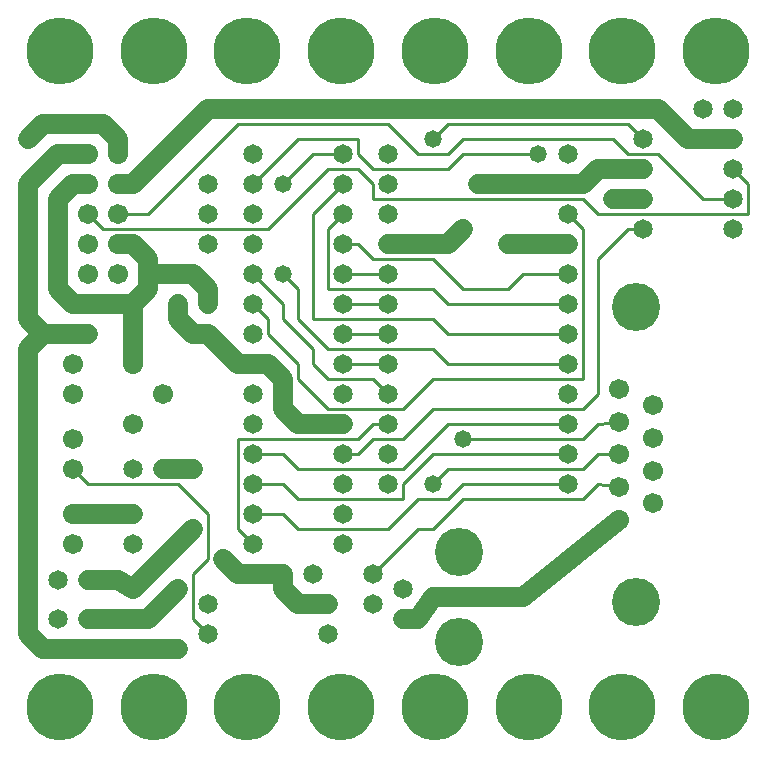
<source format=gbl>
%MOIN*%
%FSLAX25Y25*%
G04 D10 used for Character Trace; *
G04     Circle (OD=.01000) (No hole)*
G04 D11 used for Power Trace; *
G04     Circle (OD=.06500) (No hole)*
G04 D12 used for Signal Trace; *
G04     Circle (OD=.01100) (No hole)*
G04 D13 used for Via; *
G04     Circle (OD=.05800) (Round. Hole ID=.02800)*
G04 D14 used for Component hole; *
G04     Circle (OD=.06500) (Round. Hole ID=.03500)*
G04 D15 used for Component hole; *
G04     Circle (OD=.06700) (Round. Hole ID=.04300)*
G04 D16 used for Component hole; *
G04     Circle (OD=.08100) (Round. Hole ID=.05100)*
G04 D17 used for Component hole; *
G04     Circle (OD=.08900) (Round. Hole ID=.05900)*
G04 D18 used for Component hole; *
G04     Circle (OD=.11300) (Round. Hole ID=.08300)*
G04 D19 used for Component hole; *
G04     Circle (OD=.16000) (Round. Hole ID=.13000)*
G04 D20 used for Component hole; *
G04     Circle (OD=.18300) (Round. Hole ID=.15300)*
G04 D21 used for Component hole; *
G04     Circle (OD=.22291) (Round. Hole ID=.19291)*
%ADD10C,.01000*%
%ADD11C,.06500*%
%ADD12C,.01100*%
%ADD13C,.05800*%
%ADD14C,.06500*%
%ADD15C,.06700*%
%ADD16C,.08100*%
%ADD17C,.08900*%
%ADD18C,.11300*%
%ADD19C,.16000*%
%ADD20C,.18300*%
%ADD21C,.22291*%
%IPPOS*%
%LPD*%
G90*X0Y0D02*D21*X15625Y15625D03*D11*              
X10000Y35000D02*X55000D01*D14*D03*D11*            
X35000Y45000D02*X45000D01*D14*X35000D03*D11*      
X25000D01*D14*D03*X35000Y58000D03*D11*X25000D01*  
D14*D03*X15000Y45000D03*D11*X35000Y58000D02*      
X40000Y55000D01*X60000Y75000D01*D14*D03*D12*      
X65000Y65000D02*Y80000D01*X60000Y60000D02*        
X65000Y65000D01*X60000Y45000D02*Y60000D01*        
X65000Y40000D02*X60000Y45000D01*D14*              
X65000Y40000D03*Y50000D03*X55000Y55000D03*D11*    
X45000Y45000D01*D15*X20000Y70000D03*D14*X40000D03*
D13*X70000Y65000D03*D11*X75000Y60000D01*X90000D01*
D14*D03*D11*Y55000D01*X95000Y50000D01*X105000D01* 
D14*D03*Y40000D03*X100000Y60000D03*               
X120000Y50000D03*Y60000D03*D12*X135000Y75000D01*  
X140000D01*X150000Y85000D01*X190000D01*           
X195000Y90000D01*X201900Y89100D01*D15*D03*D12*    
X145000Y95000D02*X190000D01*X140000Y90000D02*     
X145000Y95000D01*D13*X140000Y90000D03*D12*        
X135000Y85000D02*X145000D01*X125000Y75000D02*     
X135000Y85000D01*X95000Y75000D02*X125000D01*      
X95000D02*X90000Y80000D01*X80000D01*D14*D03*D12*  
Y70000D02*X75000Y75000D01*D14*X80000Y70000D03*D12*
X75000Y75000D02*Y105000D01*X115000D01*            
X120000Y110000D01*X125000D01*D14*D03*D12*         
X120000Y105000D02*X130000D01*X115000Y100000D02*   
X120000Y105000D01*X110000Y100000D02*X115000D01*   
D14*X110000D03*Y110000D03*D11*X95000D01*          
X90000Y115000D01*Y125000D01*X85000Y130000D01*     
X80000D01*D14*D03*D11*X75000D01*X65000Y140000D01* 
X60000D01*X55000Y145000D01*Y150000D01*D14*D03*D11*
X45000Y155000D02*Y160000D01*X40000Y150000D02*     
X45000Y155000D01*X40000Y130000D02*Y150000D01*D15* 
Y130000D03*X50000Y120000D03*D13*X25000Y140000D03* 
D11*X10000D01*X5000Y135000D01*Y40000D01*          
X10000Y35000D01*D14*X15000Y58000D03*D21*          
X46875Y15625D03*D14*X40000Y80000D03*D11*X20000D01*
D15*D03*D12*X25000Y90000D02*X55000D01*            
X65000Y80000D01*D14*X50000Y95000D03*D11*X60000D01*
D14*D03*D15*X40000Y110000D03*D14*X80000Y90000D03* 
D12*X90000D01*X95000Y85000D01*X130000D01*         
Y90000D01*X140000Y100000D01*X185000D01*D14*D03*   
D12*X190000Y95000D02*X195000Y100000D01*X201900D01*
D15*D03*D12*X150000Y105000D02*X190000D01*D13*     
X150000D03*D12*X130000Y95000D02*X145000Y110000D01*
X95000Y95000D02*X130000D01*X95000D02*             
X90000Y100000D01*X80000D01*D14*D03*Y110000D03*    
Y120000D03*D12*X105000Y125000D02*X120000D01*      
X125000Y120000D01*D14*D03*D12*X105000Y115000D02*  
X130000D01*X105000D02*X95000Y125000D01*Y130000D01*
X85000Y140000D01*Y145000D01*X80000Y150000D01*D14* 
D03*D13*X90000Y160000D03*D12*X95000Y155000D01*    
Y145000D01*X105000Y135000D01*X140000D01*          
X145000Y130000D01*X185000D01*D14*D03*D12*         
X140000Y125000D02*X190000D01*X130000Y115000D02*   
X140000Y125000D01*X130000Y105000D02*              
X140000Y115000D01*D14*X125000Y100000D03*D12*      
X140000Y115000D02*X190000D01*X195000Y120000D01*   
Y165000D01*X205000Y175000D01*X210000D01*D14*D03*  
X200000Y185000D03*D11*X210000D01*D14*D03*         
X200000Y195000D03*D11*X195000D01*                 
X190000Y190000D01*X185000D01*D14*D03*D11*         
X155000D01*D13*D03*D12*X135000Y200000D02*         
X145000D01*X135000D02*X125000Y210000D01*X75000D01*
X45000Y180000D01*X35000D01*D15*D03*D12*           
X30000Y175000D02*X85000D01*X105000Y195000D01*     
X115000D01*X120000Y190000D01*Y185000D01*          
X190000D01*X195000Y180000D01*X245000D01*          
Y190000D01*X240000Y195000D01*D14*D03*D12*         
X230000Y185000D02*X240000D01*D14*D03*D12*         
X230000D02*X215000Y200000D01*X205000D01*          
X200000Y205000D01*X150000D01*X145000Y200000D01*   
D13*X140000Y205000D03*D12*X145000Y210000D01*      
X205000D01*X210000Y205000D01*D14*D03*D11*         
X200000Y195000D02*X210000D01*D14*D03*D11*         
X225000Y205000D02*X240000D01*D14*D03*             
X230000Y215000D03*X240000D03*D11*                 
X225000Y205000D02*X215000Y215000D01*X65000D01*    
X40000Y190000D01*X35000D01*D15*D03*               
X25000Y200000D03*D11*X15000D01*X5000Y190000D01*   
Y145000D01*X10000Y140000D01*D15*X20000Y130000D03* 
D11*Y150000D02*X40000D01*X45000Y160000D02*        
X60000D01*X65000Y155000D01*Y150000D01*D14*D03*    
X80000Y140000D03*Y160000D03*D12*X90000Y150000D01* 
Y145000D01*X100000Y135000D01*Y130000D01*          
X105000Y125000D01*D14*X110000Y120000D03*          
Y130000D03*D12*X125000D01*D14*D03*Y140000D03*D12* 
X110000D01*D14*D03*D12*X100000Y145000D02*         
X140000D01*X145000Y140000D01*X185000D01*D14*D03*  
Y150000D03*D12*X145000D01*X140000Y155000D01*      
X105000D01*Y175000D01*X110000Y180000D01*D14*D03*  
Y190000D03*D12*X100000Y180000D01*Y145000D01*D14*  
X110000Y150000D03*D12*X125000D01*D14*D03*         
Y160000D03*D12*X110000D01*D14*D03*D12*            
X120000Y165000D02*X115000Y170000D01*              
X120000Y165000D02*X140000D01*X150000Y155000D01*   
X165000D01*X170000Y160000D01*X185000D01*D14*D03*  
Y170000D03*D11*X165000D01*D13*D03*                
X150000Y175000D03*D11*X145000Y170000D01*          
X125000D01*D14*D03*Y180000D03*D12*                
X110000Y170000D02*X115000D01*D14*X110000D03*D13*  
X90000Y190000D03*D12*X100000Y200000D01*X110000D01*
D14*D03*D12*X115000D02*Y205000D01*                
X120000Y195000D02*X115000Y200000D01*              
X120000Y195000D02*X145000D01*X150000Y200000D01*   
X175000D01*D13*D03*D14*X185000D03*Y180000D03*D12* 
X190000Y175000D01*Y125000D01*D14*                 
X185000Y120000D03*D15*X201900Y121800D03*D14*      
X185000Y110000D03*D12*X145000D01*D14*             
X125000Y90000D03*D12*X145000Y85000D02*            
X150000Y90000D01*X185000D01*D14*D03*D15*          
X201900Y78200D03*D11*X170000Y52500D01*X140000D01* 
X135000Y45000D01*X130000D01*D14*D03*Y55000D03*D19*
X148500Y67500D03*Y37500D03*D14*X110000Y70000D03*  
D21*X109375Y15625D03*X140625D03*D14*              
X110000Y80000D03*D21*X171875Y15625D03*D14*        
X110000Y90000D03*D21*X78125Y15625D03*D12*         
X190000Y105000D02*X195000Y110000D01*              
X201900Y110900D01*D15*D03*X213200Y94600D03*       
Y105400D03*Y116300D03*Y83700D03*D19*              
X207600Y149200D03*Y50800D03*D14*X240000Y175000D03*
X125000Y190000D03*Y200000D03*D21*X203125Y15625D03*
X234375D03*D12*X95000Y205000D02*X115000D01*       
X80000Y190000D02*X95000Y205000D01*D14*            
X80000Y190000D03*Y200000D03*Y180000D03*           
X65000Y190000D03*Y180000D03*Y170000D03*X80000D03* 
D11*X45000Y160000D02*Y165000D01*X40000Y170000D01* 
X35000D01*D15*D03*D12*X30000Y175000D02*           
X25000Y180000D01*D15*D03*D11*X15000Y155000D02*    
Y185000D01*X20000Y150000D02*X15000Y155000D01*D15* 
X25000Y160000D03*X35000D03*X25000Y170000D03*      
X20000Y120000D03*D11*X15000Y185000D02*            
X20000Y190000D01*X25000D01*D15*D03*               
X35000Y200000D03*D11*Y205000D01*X30000Y210000D01* 
X10000D01*X5000Y205000D01*D13*D03*D21*            
X15625Y234375D03*X46875D03*X78125D03*D15*         
X20000Y105000D03*D21*X109375Y234375D03*D15*       
X20000Y95000D03*D12*X25000Y90000D01*D14*          
X40000Y95000D03*D21*X171875Y234375D03*X140625D03* 
X203125D03*X234375D03*M02*                        

</source>
